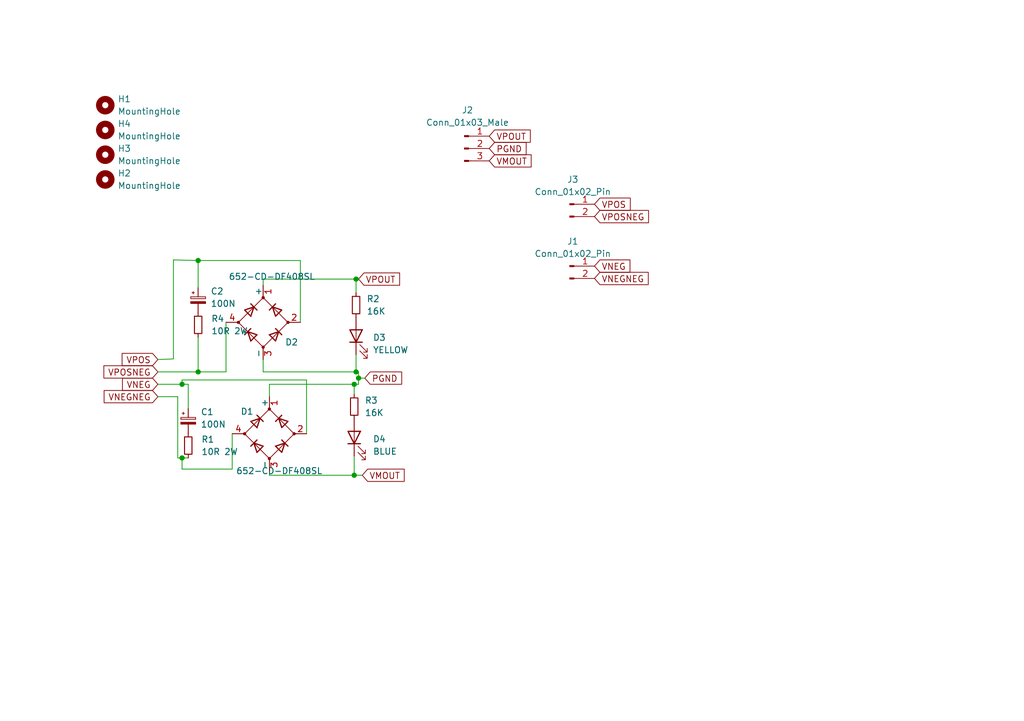
<source format=kicad_sch>
(kicad_sch (version 20231120) (generator "eeschema") (generator_version "8.0")
  (paper "A5")
  (lib_symbols
    (symbol "Connector:Conn_01x02_Pin" (pin_names (offset 1.016) hide)
      (property "Reference" "J" (at 0 2.54 0))
      (property "Value" "Conn_01x02_Pin" (at 0 -5.08 0))
      (symbol "Conn_01x02_Pin_1_1"
        (polyline (pts (xy 1.27 -2.54) (xy 0.8636 -2.54)) (stroke (width 0.1524)))
        (polyline (pts (xy 1.27 0) (xy 0.8636 0)) (stroke (width 0.1524)))
        (rectangle (start 0.8636 -2.413) (end 0 -2.667) (stroke (width 0.1524)) (fill (type outline)))
        (rectangle (start 0.8636 0.127) (end 0 -0.127) (stroke (width 0.1524)) (fill (type outline)))
        (pin passive line (at 5.08 0 180) (length 3.81) (name "Pin_1") (number "1"))
        (pin passive line (at 5.08 -2.54 180) (length 3.81) (name "Pin_2") (number "2"))
      )
    )
    (symbol "Connector:Conn_01x03_Male" (pin_names (offset 1.016) hide)
      (property "Reference" "J" (at 0 5.08 0))
      (property "Value" "Conn_01x03_Male" (at 0 -5.08 0))
      (symbol "Conn_01x03_Male_1_1"
        (polyline (pts (xy 1.27 -2.54) (xy 0.8636 -2.54)) (stroke (width 0.1524)))
        (polyline (pts (xy 1.27 0) (xy 0.8636 0)) (stroke (width 0.1524)))
        (polyline (pts (xy 1.27 2.54) (xy 0.8636 2.54)) (stroke (width 0.1524)))
        (rectangle (start 0.8636 -2.413) (end 0 -2.667) (stroke (width 0.1524)) (fill (type outline)))
        (rectangle (start 0.8636 0.127) (end 0 -0.127) (stroke (width 0.1524)) (fill (type outline)))
        (rectangle (start 0.8636 2.667) (end 0 2.413) (stroke (width 0.1524)) (fill (type outline)))
        (pin passive line (at 5.08 2.54 180) (length 3.81) (name "Pin_1") (number "1"))
        (pin passive line (at 5.08 0 180) (length 3.81) (name "Pin_2") (number "2"))
        (pin passive line (at 5.08 -2.54 180) (length 3.81) (name "Pin_3") (number "3"))
      )
    )
    (symbol "Device:C_Polarized_Small" (pin_numbers hide) (pin_names (offset 0.254) hide)
      (property "Reference" "C" (at 0.254 1.778 0))
      (property "Value" "C_Polarized_Small" (at 0.254 -2.032 0))
      (symbol "C_Polarized_Small_0_1"
        (rectangle (start -1.524 -0.3048) (end 1.524 -0.6858) (fill (type outline)))
        (rectangle (start -1.524 0.6858) (end 1.524 0.3048))
        (polyline (pts (xy -1.27 1.524) (xy -0.762 1.524)))
        (polyline (pts (xy -1.016 1.27) (xy -1.016 1.778)))
      )
      (symbol "C_Polarized_Small_1_1"
        (pin passive line (at 0 2.54 270) (length 1.8542) (name "~") (number "1"))
        (pin passive line (at 0 -2.54 90) (length 1.8542) (name "~") (number "2"))
      )
    )
    (symbol "Device:D_Bridge_+A-A" (pin_names (offset 0))
      (property "Reference" "D" (at 2.54 6.985 0))
      (property "Value" "D_Bridge_+A-A" (at 2.54 5.08 0))
      (symbol "D_Bridge_+A-A_0_1"
        (circle (center -5.08 0) (radius 0.254) (fill (type outline)))
        (circle (center 0 -5.08) (radius 0.254) (fill (type outline)))
        (polyline (pts (xy -2.54 3.81) (xy -1.27 2.54)) (stroke (width 0.254)))
        (polyline (pts (xy -1.27 -2.54) (xy -2.54 -3.81)) (stroke (width 0.254)))
        (polyline (pts (xy 2.54 -1.27) (xy 3.81 -2.54)) (stroke (width 0.254)))
        (polyline (pts (xy 2.54 1.27) (xy 3.81 2.54)) (stroke (width 0.254)))
        (polyline (pts (xy -3.81 2.54) (xy -2.54 1.27) (xy -1.905 3.175) (xy -3.81 2.54)) (stroke (width 0.254)))
        (polyline (pts (xy -2.54 -1.27) (xy -3.81 -2.54) (xy -1.905 -3.175) (xy -2.54 -1.27)) (stroke (width 0.254)))
        (polyline (pts (xy 1.27 2.54) (xy 2.54 3.81) (xy 3.175 1.905) (xy 1.27 2.54)) (stroke (width 0.254)))
        (polyline (pts (xy 3.175 -1.905) (xy 1.27 -2.54) (xy 2.54 -3.81) (xy 3.175 -1.905)) (stroke (width 0.254)))
        (polyline (pts (xy -5.08 0) (xy 0 -5.08) (xy 5.08 0) (xy 0 5.08) (xy -5.08 0)))
        (circle (center 0 5.08) (radius 0.254) (fill (type outline)))
        (circle (center 5.08 0) (radius 0.254) (fill (type outline)))
      )
      (symbol "D_Bridge_+A-A_1_1"
        (pin passive line (at 7.62 0 180) (length 2.54) (name "+") (number "1"))
        (pin passive line (at 0 -7.62 90) (length 2.54) (name "~") (number "2"))
        (pin passive line (at -7.62 0 0) (length 2.54) (name "-") (number "3"))
        (pin passive line (at 0 7.62 270) (length 2.54) (name "~") (number "4"))
      )
    )
    (symbol "Device:LED" (pin_numbers hide) (pin_names (offset 1.016) hide)
      (property "Reference" "D" (at 0 2.54 0))
      (property "Value" "LED" (at 0 -2.54 0))
      (symbol "LED_0_1"
        (polyline (pts (xy -1.27 -1.27) (xy -1.27 1.27)) (stroke (width 0.254)))
        (polyline (pts (xy -1.27 0) (xy 1.27 0)))
        (polyline (pts (xy 1.27 -1.27) (xy 1.27 1.27) (xy -1.27 0) (xy 1.27 -1.27)) (stroke (width 0.254)))
        (polyline (pts (xy -3.048 -0.762) (xy -4.572 -2.286) (xy -3.81 -2.286) (xy -4.572 -2.286) (xy -4.572 -1.524)))
        (polyline (pts (xy -1.778 -0.762) (xy -3.302 -2.286) (xy -2.54 -2.286) (xy -3.302 -2.286) (xy -3.302 -1.524)))
      )
      (symbol "LED_1_1"
        (pin passive line (at -3.81 0 0) (length 2.54) (name "K") (number "1"))
        (pin passive line (at 3.81 0 180) (length 2.54) (name "A") (number "2"))
      )
    )
    (symbol "Device:R_Small" (pin_numbers hide) (pin_names (offset 0.254) hide)
      (property "Reference" "R" (at 0.762 0.508 0))
      (property "Value" "R_Small" (at 0.762 -1.016 0))
      (symbol "R_Small_0_1"
        (rectangle (start -0.762 1.778) (end 0.762 -1.778) (stroke (width 0.2032)))
      )
      (symbol "R_Small_1_1"
        (pin passive line (at 0 2.54 270) (length 0.762) (name "~") (number "1"))
        (pin passive line (at 0 -2.54 90) (length 0.762) (name "~") (number "2"))
      )
    )
    (symbol "Mechanical:MountingHole" (pin_names (offset 1.016))
      (property "Reference" "H" (at 0 5.08 0))
      (property "Value" "MountingHole" (at 0 3.175 0))
      (symbol "MountingHole_0_1"
        (circle (center 0 0) (radius 1.27) (stroke (width 1.27)))
      )
    )
  )
  (junction (at 73.025 57.277))
  (junction (at 72.644 78.867))
  (junction (at 72.644 97.536))
  (junction (at 40.64 76.327))
  (junction (at 37.338 93.98))
  (junction (at 73.533 77.597))
  (junction (at 40.64 53.467))
  (junction (at 37.338 78.867))
  (junction (at 73.025 76.327))
  (wire (pts (xy 37.338 77.978) (xy 37.338 78.867)))
  (wire (pts (xy 72.644 78.867) (xy 72.644 80.899)))
  (wire (pts (xy 38.608 93.98) (xy 37.338 93.98)))
  (wire (pts (xy 37.338 78.867) (xy 38.608 78.867)))
  (wire (pts (xy 36.449 93.98) (xy 36.449 81.407)))
  (wire (pts (xy 40.64 69.215) (xy 40.64 76.327)))
  (wire (pts (xy 62.865 77.978) (xy 62.865 89.027)))
  (wire (pts (xy 38.608 78.867) (xy 38.608 83.82)))
  (wire (pts (xy 73.533 76.327) (xy 73.533 77.597)))
  (wire (pts (xy 61.595 53.467) (xy 40.64 53.467)))
  (wire (pts (xy 53.975 58.547) (xy 53.975 57.277)))
  (wire (pts (xy 55.245 78.867) (xy 72.644 78.867)))
  (wire (pts (xy 35.56 73.66) (xy 32.385 73.787)))
  (wire (pts (xy 35.56 53.34) (xy 35.56 73.66)))
  (wire (pts (xy 73.025 57.277) (xy 73.533 57.277)))
  (wire (pts (xy 55.245 97.536) (xy 55.245 96.647)))
  (wire (pts (xy 61.595 53.467) (xy 61.595 66.167)))
  (wire (pts (xy 32.385 78.867) (xy 37.338 78.867)))
  (wire (pts (xy 40.64 53.467) (xy 40.64 59.055)))
  (wire (pts (xy 53.975 57.277) (xy 73.025 57.277)))
  (wire (pts (xy 72.644 78.867) (xy 73.533 78.867)))
  (wire (pts (xy 32.385 76.327) (xy 40.64 76.327)))
  (wire (pts (xy 46.355 66.167) (xy 46.355 76.327)))
  (wire (pts (xy 55.245 97.536) (xy 72.644 97.536)))
  (wire (pts (xy 53.975 76.327) (xy 73.025 76.327)))
  (wire (pts (xy 37.338 93.98) (xy 37.338 96.266)))
  (wire (pts (xy 40.64 53.467) (xy 35.56 53.34)))
  (wire (pts (xy 47.625 96.266) (xy 37.338 96.266)))
  (wire (pts (xy 72.644 97.536) (xy 74.295 97.536)))
  (wire (pts (xy 32.385 81.407) (xy 36.449 81.407)))
  (wire (pts (xy 37.338 93.98) (xy 36.449 93.98)))
  (wire (pts (xy 73.025 57.277) (xy 73.025 60.071)))
  (wire (pts (xy 55.245 78.867) (xy 55.245 81.407)))
  (wire (pts (xy 53.975 73.787) (xy 53.975 76.327)))
  (wire (pts (xy 73.025 72.771) (xy 73.025 76.327)))
  (wire (pts (xy 73.533 77.597) (xy 73.533 78.867)))
  (wire (pts (xy 40.64 76.327) (xy 46.355 76.327)))
  (wire (pts (xy 73.025 76.327) (xy 73.533 76.327)))
  (wire (pts (xy 47.625 89.027) (xy 47.625 96.266)))
  (wire (pts (xy 62.865 77.978) (xy 37.338 77.978)))
  (wire (pts (xy 73.533 77.597) (xy 74.803 77.597)))
  (wire (pts (xy 72.644 93.599) (xy 72.644 97.536)))
  (global_label "VPOUT" (shape input) (at 73.533 57.277 0) (property "Intersheetrefs" "${INTERSHEET_REFS}" (effects (hide yes))))
  (global_label "VPOSNEG" (shape input) (at 32.385 76.327 180) (property "Intersheetrefs" "${INTERSHEET_REFS}" (effects (hide yes))))
  (global_label "VMOUT" (shape input) (at 74.295 97.536 0) (property "Intersheetrefs" "${INTERSHEET_REFS}" (effects (hide yes))))
  (global_label "VNEGNEG" (shape input) (at 32.385 81.407 180) (property "Intersheetrefs" "${INTERSHEET_REFS}" (effects (hide yes))))
  (global_label "VPOUT" (shape input) (at 100.33 27.94 0) (property "Intersheetrefs" "${INTERSHEET_REFS}" (effects (hide yes))))
  (global_label "VMOUT" (shape input) (at 100.33 33.02 0) (property "Intersheetrefs" "${INTERSHEET_REFS}" (effects (hide yes))))
  (global_label "VNEG" (shape input) (at 32.385 78.867 180) (property "Intersheetrefs" "${INTERSHEET_REFS}" (effects (hide yes))))
  (global_label "PGND" (shape input) (at 74.803 77.597 0) (property "Intersheetrefs" "${INTERSHEET_REFS}" (effects (hide yes))))
  (global_label "VPOS" (shape input) (at 121.92 41.91 0) (property "Intersheetrefs" "${INTERSHEET_REFS}" (effects (hide yes))))
  (global_label "VPOSNEG" (shape input) (at 121.92 44.45 0) (property "Intersheetrefs" "${INTERSHEET_REFS}" (effects (hide yes))))
  (global_label "PGND" (shape input) (at 100.33 30.48 0) (property "Intersheetrefs" "${INTERSHEET_REFS}" (effects (hide yes))))
  (global_label "VPOS" (shape input) (at 32.385 73.787 180) (property "Intersheetrefs" "${INTERSHEET_REFS}" (effects (hide yes))))
  (global_label "VNEG" (shape input) (at 121.92 54.61 0) (property "Intersheetrefs" "${INTERSHEET_REFS}" (effects (hide yes))))
  (global_label "VNEGNEG" (shape input) (at 121.92 57.15 0) (property "Intersheetrefs" "${INTERSHEET_REFS}" (effects (hide yes))))
  (symbol (lib_id "Device:D_Bridge_+A-A") (at 55.245 89.027 90) (unit 1)
    (property "Reference" "D1" (at 50.673 84.455 90))
    (property "Value" "652-CD-DF408SL" (at 57.277 96.647 90))
    (property "Footprint" "Diode_SMD:Diode_Bridge_Bourns_CD-DF4xxS" (effects (hide yes)))
    (property "Mouser" "652-CD-DF408SL" (effects (hide yes)))
  )
  (symbol (lib_id "Device:R_Small") (at 72.644 83.439 0) (unit 1)
    (property "Reference" "R3" (at 74.803 82.1689 0) (effects (justify left)))
    (property "Value" "16K" (at 74.803 84.7089 0) (effects (justify left)))
    (property "Footprint" "Resistor_SMD:R_0603_1608Metric_Pad0.98x0.95mm_HandSolder" (effects (hide yes)))
  )
  (symbol (lib_id "Mechanical:MountingHole") (at 21.59 26.67 0) (unit 1)
    (property "Reference" "H4" (at 24.13 25.3999 0) (effects (justify left)))
    (property "Value" "MountingHole" (at 24.13 27.9399 0) (effects (justify left)))
    (property "Footprint" "MountingHole:MountingHole_3.2mm_M3_Pad_TopOnly" (effects (hide yes)))
  )
  (symbol (lib_id "Connector:Conn_01x02_Pin") (at 116.84 41.91 0) (unit 1)
    (property "Reference" "J3" (at 117.475 36.83 0))
    (property "Value" "Conn_01x02_Pin" (at 117.475 39.37 0))
    (property "Footprint" "TerminalBlock_MetzConnect:TerminalBlock_MetzConnect_Type059_RT06302HBWC_1x02_P3.50mm_Horizontal" (effects (hide yes)))
    (property "Description" "Generic connector, single row, 01x02, script generated" (effects (hide yes)))
  )
  (symbol (lib_id "Mechanical:MountingHole") (at 21.59 21.59 0) (unit 1)
    (property "Reference" "H1" (at 24.13 20.3199 0) (effects (justify left)))
    (property "Value" "MountingHole" (at 24.13 22.8599 0) (effects (justify left)))
    (property "Footprint" "MountingHole:MountingHole_3.2mm_M3_Pad_TopOnly" (effects (hide yes)))
  )
  (symbol (lib_id "Device:D_Bridge_+A-A") (at 53.975 66.167 90) (unit 1)
    (property "Reference" "D2" (at 59.817 70.231 90))
    (property "Value" "652-CD-DF408SL" (at 55.753 56.769 90))
    (property "Footprint" "Diode_SMD:Diode_Bridge_Bourns_CD-DF4xxS" (effects (hide yes)))
    (property "Mouser" "652-CD-DF408SL" (effects (hide yes)))
  )
  (symbol (lib_id "Device:LED") (at 73.025 68.961 90) (unit 1)
    (property "Reference" "D3" (at 76.454 69.2784 90) (effects (justify right)))
    (property "Value" "YELLOW" (at 76.454 71.8184 90) (effects (justify right)))
    (property "Footprint" "LED_SMD:LED_0603_1608Metric_Pad1.05x0.95mm_HandSolder" (effects (hide yes)))
  )
  (symbol (lib_id "Connector:Conn_01x02_Pin") (at 116.84 54.61 0) (unit 1)
    (property "Reference" "J1" (at 117.475 49.53 0))
    (property "Value" "Conn_01x02_Pin" (at 117.475 52.07 0))
    (property "Footprint" "TerminalBlock_MetzConnect:TerminalBlock_MetzConnect_Type059_RT06302HBWC_1x02_P3.50mm_Horizontal" (effects (hide yes)))
    (property "Description" "Generic connector, single row, 01x02, script generated" (effects (hide yes)))
  )
  (symbol (lib_id "Connector:Conn_01x03_Male") (at 95.25 30.48 0) (unit 1)
    (property "Reference" "J2" (at 95.885 22.606 0))
    (property "Value" "Conn_01x03_Male" (at 95.885 25.146 0))
    (property "Footprint" "Connector_JST:JST_VH_B3P-VH_1x03_P3.96mm_Vertical" (effects (hide yes)))
  )
  (symbol (lib_id "Mechanical:MountingHole") (at 21.59 36.83 0) (unit 1)
    (property "Reference" "H2" (at 24.13 35.5599 0) (effects (justify left)))
    (property "Value" "MountingHole" (at 24.13 38.0999 0) (effects (justify left)))
    (property "Footprint" "MountingHole:MountingHole_3.2mm_M3_Pad_TopOnly" (effects (hide yes)))
  )
  (symbol (lib_id "Device:LED") (at 72.644 89.789 90) (unit 1)
    (property "Reference" "D4" (at 76.454 90.1064 90) (effects (justify right)))
    (property "Value" "BLUE" (at 76.454 92.6464 90) (effects (justify right)))
    (property "Footprint" "LED_SMD:LED_0603_1608Metric_Pad1.05x0.95mm_HandSolder" (effects (hide yes)))
  )
  (symbol (lib_id "Device:R_Small") (at 73.025 62.611 0) (unit 1)
    (property "Reference" "R2" (at 75.184 61.3409 0) (effects (justify left)))
    (property "Value" "16K" (at 75.184 63.8809 0) (effects (justify left)))
    (property "Footprint" "Resistor_SMD:R_0603_1608Metric_Pad0.98x0.95mm_HandSolder" (effects (hide yes)))
  )
  (symbol (lib_id "Device:C_Polarized_Small") (at 38.608 86.36 0) (unit 1)
    (property "Reference" "C1" (at 41.148 84.5438 0) (effects (justify left)))
    (property "Value" "100N" (at 41.148 87.0838 0) (effects (justify left)))
    (property "Footprint" "Capacitor_THT:C_Rect_L13.0mm_W6.0mm_P10.00mm_FKS3_FKP3_MKS4" (effects (hide yes)))
    (property "Mouser" " 505-MKP1D031003G00JS " (effects (hide yes)))
  )
  (symbol (lib_id "Device:C_Polarized_Small") (at 40.64 61.595 0) (unit 1)
    (property "Reference" "C2" (at 43.18 59.7788 0) (effects (justify left)))
    (property "Value" "100N" (at 43.18 62.3188 0) (effects (justify left)))
    (property "Footprint" "Capacitor_THT:C_Rect_L13.0mm_W6.0mm_P10.00mm_FKS3_FKP3_MKS4" (effects (hide yes)))
    (property "Mouser" " 505-MKP1D031003G00JS " (effects (hide yes)))
  )
  (symbol (lib_id "Mechanical:MountingHole") (at 21.59 31.75 0) (unit 1)
    (property "Reference" "H3" (at 24.13 30.4799 0) (effects (justify left)))
    (property "Value" "MountingHole" (at 24.13 33.0199 0) (effects (justify left)))
    (property "Footprint" "MountingHole:MountingHole_3.2mm_M3_Pad_TopOnly" (effects (hide yes)))
  )
  (symbol (lib_id "Device:R_Small") (at 40.64 66.675 0) (unit 1)
    (property "Reference" "R4" (at 43.307 65.4049 0) (effects (justify left)))
    (property "Value" "10R 2W" (at 43.307 67.9449 0) (effects (justify left)))
    (property "Footprint" "Resistor_SMD:R_2512_6332Metric" (effects (hide yes)))
    (property "Mouser" "603-SR2512JK-7W10RL" (effects (hide yes)))
  )
  (symbol (lib_id "Device:R_Small") (at 38.608 91.44 0) (unit 1)
    (property "Reference" "R1" (at 41.275 90.1699 0) (effects (justify left)))
    (property "Value" "10R 2W" (at 41.275 92.7099 0) (effects (justify left)))
    (property "Footprint" "Resistor_SMD:R_2512_6332Metric" (effects (hide yes)))
    (property "Mouser" "603-SR2512JK-7W10RL" (effects (hide yes)))
  )
)
</source>
